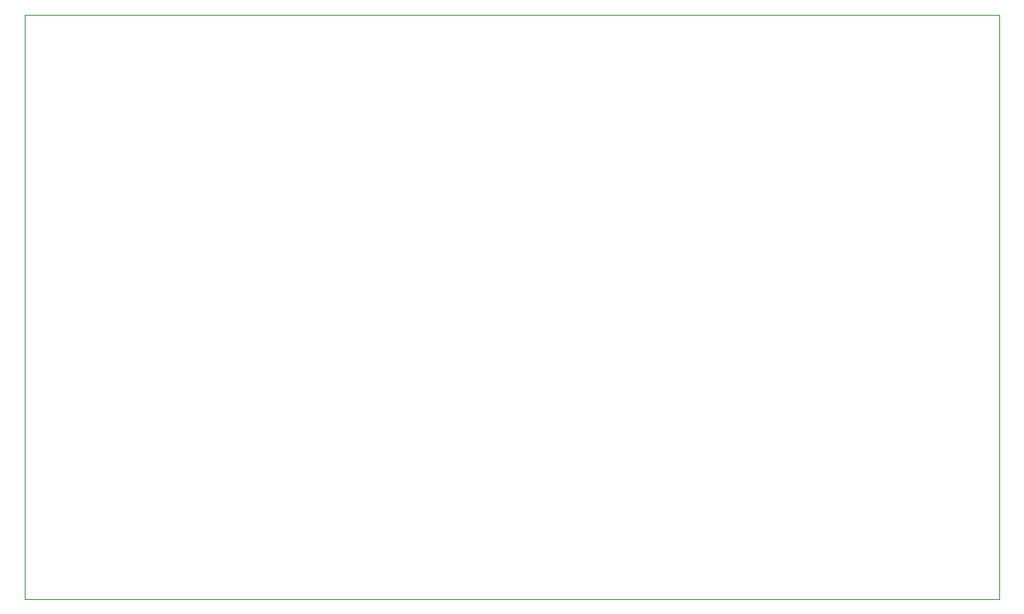
<source format=gbr>
%TF.GenerationSoftware,KiCad,Pcbnew,(6.0.9)*%
%TF.CreationDate,2023-02-14T12:36:13+03:00*%
%TF.ProjectId,kontrol_karti,6b6f6e74-726f-46c5-9f6b-617274692e6b,rev?*%
%TF.SameCoordinates,Original*%
%TF.FileFunction,Profile,NP*%
%FSLAX46Y46*%
G04 Gerber Fmt 4.6, Leading zero omitted, Abs format (unit mm)*
G04 Created by KiCad (PCBNEW (6.0.9)) date 2023-02-14 12:36:13*
%MOMM*%
%LPD*%
G01*
G04 APERTURE LIST*
%TA.AperFunction,Profile*%
%ADD10C,0.100000*%
%TD*%
G04 APERTURE END LIST*
D10*
X20000000Y-43000000D02*
X120000000Y-43000000D01*
X120000000Y-43000000D02*
X120000000Y-103000000D01*
X120000000Y-103000000D02*
X20000000Y-103000000D01*
X20000000Y-103000000D02*
X20000000Y-43000000D01*
M02*

</source>
